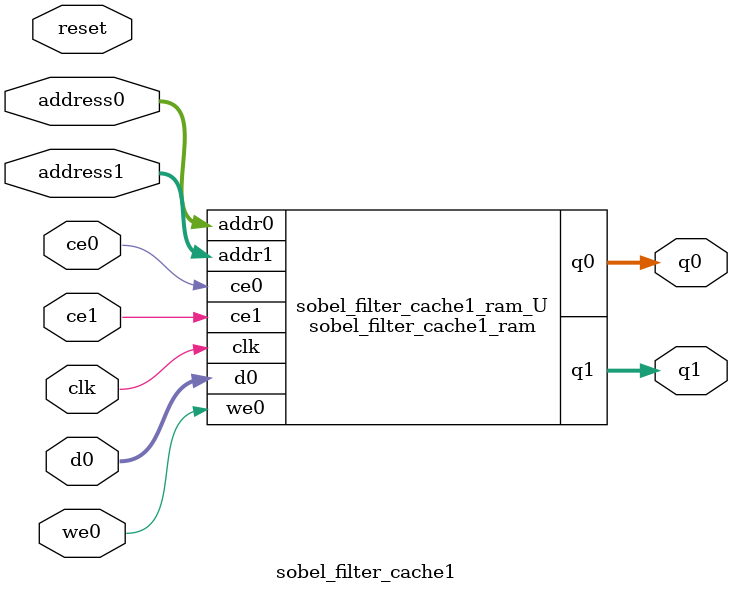
<source format=v>

`timescale 1 ns / 1 ps
module sobel_filter_cache1_ram (addr0, ce0, d0, we0, q0, addr1, ce1, q1,  clk);

parameter DWIDTH = 8;
parameter AWIDTH = 13;
parameter MEM_SIZE = 7680;

input[AWIDTH-1:0] addr0;
input ce0;
input[DWIDTH-1:0] d0;
input we0;
output reg[DWIDTH-1:0] q0;
input[AWIDTH-1:0] addr1;
input ce1;
output reg[DWIDTH-1:0] q1;
input clk;

(* ram_style = "block" *)reg [DWIDTH-1:0] ram[0:MEM_SIZE-1];




always @(posedge clk)  
begin 
    if (ce0) 
    begin
        if (we0) 
        begin 
            ram[addr0] <= d0; 
            q0 <= d0;
        end 
        else 
            q0 <= ram[addr0];
    end
end


always @(posedge clk)  
begin 
    if (ce1) 
    begin
            q1 <= ram[addr1];
    end
end


endmodule


`timescale 1 ns / 1 ps
module sobel_filter_cache1(
    reset,
    clk,
    address0,
    ce0,
    we0,
    d0,
    q0,
    address1,
    ce1,
    q1);

parameter DataWidth = 32'd8;
parameter AddressRange = 32'd7680;
parameter AddressWidth = 32'd13;
input reset;
input clk;
input[AddressWidth - 1:0] address0;
input ce0;
input we0;
input[DataWidth - 1:0] d0;
output[DataWidth - 1:0] q0;
input[AddressWidth - 1:0] address1;
input ce1;
output[DataWidth - 1:0] q1;



sobel_filter_cache1_ram sobel_filter_cache1_ram_U(
    .clk( clk ),
    .addr0( address0 ),
    .ce0( ce0 ),
    .d0( d0 ),
    .we0( we0 ),
    .q0( q0 ),
    .addr1( address1 ),
    .ce1( ce1 ),
    .q1( q1 ));

endmodule


</source>
